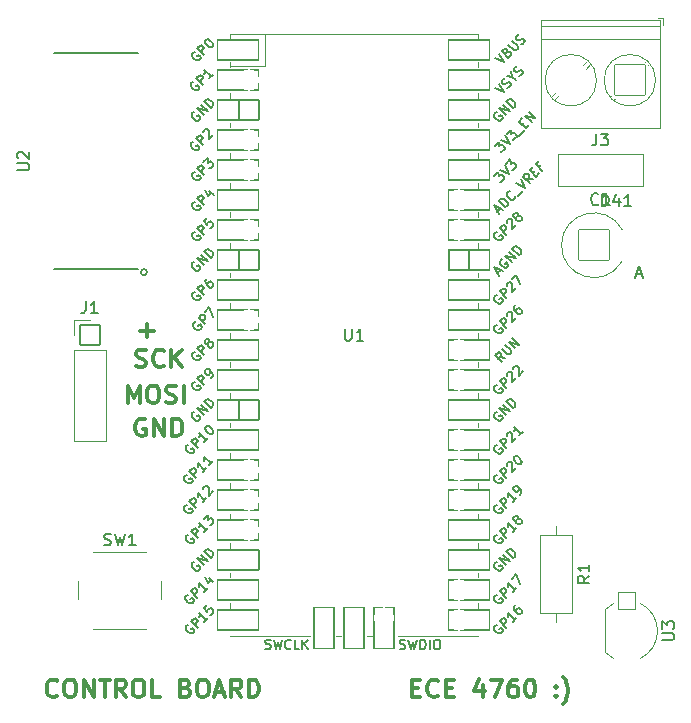
<source format=gto>
G04 #@! TF.GenerationSoftware,KiCad,Pcbnew,(6.0.6)*
G04 #@! TF.CreationDate,2022-11-09T14:25:11-05:00*
G04 #@! TF.ProjectId,pov_display,706f765f-6469-4737-906c-61792e6b6963,v01*
G04 #@! TF.SameCoordinates,Original*
G04 #@! TF.FileFunction,Legend,Top*
G04 #@! TF.FilePolarity,Positive*
%FSLAX46Y46*%
G04 Gerber Fmt 4.6, Leading zero omitted, Abs format (unit mm)*
G04 Created by KiCad (PCBNEW (6.0.6)) date 2022-11-09 14:25:11*
%MOMM*%
%LPD*%
G01*
G04 APERTURE LIST*
G04 Aperture macros list*
%AMRoundRect*
0 Rectangle with rounded corners*
0 $1 Rounding radius*
0 $2 $3 $4 $5 $6 $7 $8 $9 X,Y pos of 4 corners*
0 Add a 4 corners polygon primitive as box body*
4,1,4,$2,$3,$4,$5,$6,$7,$8,$9,$2,$3,0*
0 Add four circle primitives for the rounded corners*
1,1,$1+$1,$2,$3*
1,1,$1+$1,$4,$5*
1,1,$1+$1,$6,$7*
1,1,$1+$1,$8,$9*
0 Add four rect primitives between the rounded corners*
20,1,$1+$1,$2,$3,$4,$5,0*
20,1,$1+$1,$4,$5,$6,$7,0*
20,1,$1+$1,$6,$7,$8,$9,0*
20,1,$1+$1,$8,$9,$2,$3,0*%
G04 Aperture macros list end*
%ADD10C,0.300000*%
%ADD11C,0.150000*%
%ADD12C,0.120000*%
%ADD13C,0.203200*%
%ADD14C,1.701600*%
%ADD15O,1.701600X1.701600*%
%ADD16C,1.625600*%
%ADD17RoundRect,0.050800X1.300000X1.300000X-1.300000X1.300000X-1.300000X-1.300000X1.300000X-1.300000X0*%
%ADD18C,2.701600*%
%ADD19RoundRect,0.050800X-0.750000X0.750000X-0.750000X-0.750000X0.750000X-0.750000X0.750000X0.750000X0*%
%ADD20C,1.601600*%
%ADD21O,1.601600X1.601600*%
%ADD22O,1.901600X1.901600*%
%ADD23O,1.801600X1.801600*%
%ADD24RoundRect,0.050800X-1.750000X-0.850000X1.750000X-0.850000X1.750000X0.850000X-1.750000X0.850000X0*%
%ADD25RoundRect,0.050800X-0.850000X-0.850000X0.850000X-0.850000X0.850000X0.850000X-0.850000X0.850000X0*%
%ADD26RoundRect,0.050800X0.850000X-1.750000X0.850000X1.750000X-0.850000X1.750000X-0.850000X-1.750000X0*%
%ADD27RoundRect,0.050800X-1.300000X-1.300000X1.300000X-1.300000X1.300000X1.300000X-1.300000X1.300000X0*%
%ADD28O,2.701600X2.701600*%
%ADD29C,2.101600*%
G04 APERTURE END LIST*
D10*
X67667428Y-138021142D02*
X67881714Y-138092571D01*
X68238857Y-138092571D01*
X68381714Y-138021142D01*
X68453142Y-137949714D01*
X68524571Y-137806857D01*
X68524571Y-137664000D01*
X68453142Y-137521142D01*
X68381714Y-137449714D01*
X68238857Y-137378285D01*
X67953142Y-137306857D01*
X67810285Y-137235428D01*
X67738857Y-137164000D01*
X67667428Y-137021142D01*
X67667428Y-136878285D01*
X67738857Y-136735428D01*
X67810285Y-136664000D01*
X67953142Y-136592571D01*
X68310285Y-136592571D01*
X68524571Y-136664000D01*
X70024571Y-137949714D02*
X69953142Y-138021142D01*
X69738857Y-138092571D01*
X69596000Y-138092571D01*
X69381714Y-138021142D01*
X69238857Y-137878285D01*
X69167428Y-137735428D01*
X69096000Y-137449714D01*
X69096000Y-137235428D01*
X69167428Y-136949714D01*
X69238857Y-136806857D01*
X69381714Y-136664000D01*
X69596000Y-136592571D01*
X69738857Y-136592571D01*
X69953142Y-136664000D01*
X70024571Y-136735428D01*
X70667428Y-138092571D02*
X70667428Y-136592571D01*
X71524571Y-138092571D02*
X70881714Y-137235428D01*
X71524571Y-136592571D02*
X70667428Y-137449714D01*
X66984857Y-141140571D02*
X66984857Y-139640571D01*
X67484857Y-140712000D01*
X67984857Y-139640571D01*
X67984857Y-141140571D01*
X68984857Y-139640571D02*
X69270571Y-139640571D01*
X69413428Y-139712000D01*
X69556285Y-139854857D01*
X69627714Y-140140571D01*
X69627714Y-140640571D01*
X69556285Y-140926285D01*
X69413428Y-141069142D01*
X69270571Y-141140571D01*
X68984857Y-141140571D01*
X68842000Y-141069142D01*
X68699142Y-140926285D01*
X68627714Y-140640571D01*
X68627714Y-140140571D01*
X68699142Y-139854857D01*
X68842000Y-139712000D01*
X68984857Y-139640571D01*
X70199142Y-141069142D02*
X70413428Y-141140571D01*
X70770571Y-141140571D01*
X70913428Y-141069142D01*
X70984857Y-140997714D01*
X71056285Y-140854857D01*
X71056285Y-140712000D01*
X70984857Y-140569142D01*
X70913428Y-140497714D01*
X70770571Y-140426285D01*
X70484857Y-140354857D01*
X70342000Y-140283428D01*
X70270571Y-140212000D01*
X70199142Y-140069142D01*
X70199142Y-139926285D01*
X70270571Y-139783428D01*
X70342000Y-139712000D01*
X70484857Y-139640571D01*
X70842000Y-139640571D01*
X71056285Y-139712000D01*
X71699142Y-141140571D02*
X71699142Y-139640571D01*
X61016571Y-165889714D02*
X60945142Y-165961142D01*
X60730857Y-166032571D01*
X60588000Y-166032571D01*
X60373714Y-165961142D01*
X60230857Y-165818285D01*
X60159428Y-165675428D01*
X60088000Y-165389714D01*
X60088000Y-165175428D01*
X60159428Y-164889714D01*
X60230857Y-164746857D01*
X60373714Y-164604000D01*
X60588000Y-164532571D01*
X60730857Y-164532571D01*
X60945142Y-164604000D01*
X61016571Y-164675428D01*
X61945142Y-164532571D02*
X62230857Y-164532571D01*
X62373714Y-164604000D01*
X62516571Y-164746857D01*
X62588000Y-165032571D01*
X62588000Y-165532571D01*
X62516571Y-165818285D01*
X62373714Y-165961142D01*
X62230857Y-166032571D01*
X61945142Y-166032571D01*
X61802285Y-165961142D01*
X61659428Y-165818285D01*
X61588000Y-165532571D01*
X61588000Y-165032571D01*
X61659428Y-164746857D01*
X61802285Y-164604000D01*
X61945142Y-164532571D01*
X63230857Y-166032571D02*
X63230857Y-164532571D01*
X64088000Y-166032571D01*
X64088000Y-164532571D01*
X64588000Y-164532571D02*
X65445142Y-164532571D01*
X65016571Y-166032571D02*
X65016571Y-164532571D01*
X66802285Y-166032571D02*
X66302285Y-165318285D01*
X65945142Y-166032571D02*
X65945142Y-164532571D01*
X66516571Y-164532571D01*
X66659428Y-164604000D01*
X66730857Y-164675428D01*
X66802285Y-164818285D01*
X66802285Y-165032571D01*
X66730857Y-165175428D01*
X66659428Y-165246857D01*
X66516571Y-165318285D01*
X65945142Y-165318285D01*
X67730857Y-164532571D02*
X68016571Y-164532571D01*
X68159428Y-164604000D01*
X68302285Y-164746857D01*
X68373714Y-165032571D01*
X68373714Y-165532571D01*
X68302285Y-165818285D01*
X68159428Y-165961142D01*
X68016571Y-166032571D01*
X67730857Y-166032571D01*
X67588000Y-165961142D01*
X67445142Y-165818285D01*
X67373714Y-165532571D01*
X67373714Y-165032571D01*
X67445142Y-164746857D01*
X67588000Y-164604000D01*
X67730857Y-164532571D01*
X69730857Y-166032571D02*
X69016571Y-166032571D01*
X69016571Y-164532571D01*
X71873714Y-165246857D02*
X72088000Y-165318285D01*
X72159428Y-165389714D01*
X72230857Y-165532571D01*
X72230857Y-165746857D01*
X72159428Y-165889714D01*
X72088000Y-165961142D01*
X71945142Y-166032571D01*
X71373714Y-166032571D01*
X71373714Y-164532571D01*
X71873714Y-164532571D01*
X72016571Y-164604000D01*
X72088000Y-164675428D01*
X72159428Y-164818285D01*
X72159428Y-164961142D01*
X72088000Y-165104000D01*
X72016571Y-165175428D01*
X71873714Y-165246857D01*
X71373714Y-165246857D01*
X73159428Y-164532571D02*
X73445142Y-164532571D01*
X73588000Y-164604000D01*
X73730857Y-164746857D01*
X73802285Y-165032571D01*
X73802285Y-165532571D01*
X73730857Y-165818285D01*
X73588000Y-165961142D01*
X73445142Y-166032571D01*
X73159428Y-166032571D01*
X73016571Y-165961142D01*
X72873714Y-165818285D01*
X72802285Y-165532571D01*
X72802285Y-165032571D01*
X72873714Y-164746857D01*
X73016571Y-164604000D01*
X73159428Y-164532571D01*
X74373714Y-165604000D02*
X75088000Y-165604000D01*
X74230857Y-166032571D02*
X74730857Y-164532571D01*
X75230857Y-166032571D01*
X76588000Y-166032571D02*
X76088000Y-165318285D01*
X75730857Y-166032571D02*
X75730857Y-164532571D01*
X76302285Y-164532571D01*
X76445142Y-164604000D01*
X76516571Y-164675428D01*
X76588000Y-164818285D01*
X76588000Y-165032571D01*
X76516571Y-165175428D01*
X76445142Y-165246857D01*
X76302285Y-165318285D01*
X75730857Y-165318285D01*
X77230857Y-166032571D02*
X77230857Y-164532571D01*
X77588000Y-164532571D01*
X77802285Y-164604000D01*
X77945142Y-164746857D01*
X78016571Y-164889714D01*
X78088000Y-165175428D01*
X78088000Y-165389714D01*
X78016571Y-165675428D01*
X77945142Y-165818285D01*
X77802285Y-165961142D01*
X77588000Y-166032571D01*
X77230857Y-166032571D01*
X68453142Y-142506000D02*
X68310285Y-142434571D01*
X68096000Y-142434571D01*
X67881714Y-142506000D01*
X67738857Y-142648857D01*
X67667428Y-142791714D01*
X67596000Y-143077428D01*
X67596000Y-143291714D01*
X67667428Y-143577428D01*
X67738857Y-143720285D01*
X67881714Y-143863142D01*
X68096000Y-143934571D01*
X68238857Y-143934571D01*
X68453142Y-143863142D01*
X68524571Y-143791714D01*
X68524571Y-143291714D01*
X68238857Y-143291714D01*
X69167428Y-143934571D02*
X69167428Y-142434571D01*
X70024571Y-143934571D01*
X70024571Y-142434571D01*
X70738857Y-143934571D02*
X70738857Y-142434571D01*
X71096000Y-142434571D01*
X71310285Y-142506000D01*
X71453142Y-142648857D01*
X71524571Y-142791714D01*
X71596000Y-143077428D01*
X71596000Y-143291714D01*
X71524571Y-143577428D01*
X71453142Y-143720285D01*
X71310285Y-143863142D01*
X71096000Y-143934571D01*
X70738857Y-143934571D01*
X91036357Y-165246857D02*
X91536357Y-165246857D01*
X91750642Y-166032571D02*
X91036357Y-166032571D01*
X91036357Y-164532571D01*
X91750642Y-164532571D01*
X93250642Y-165889714D02*
X93179214Y-165961142D01*
X92964928Y-166032571D01*
X92822071Y-166032571D01*
X92607785Y-165961142D01*
X92464928Y-165818285D01*
X92393500Y-165675428D01*
X92322071Y-165389714D01*
X92322071Y-165175428D01*
X92393500Y-164889714D01*
X92464928Y-164746857D01*
X92607785Y-164604000D01*
X92822071Y-164532571D01*
X92964928Y-164532571D01*
X93179214Y-164604000D01*
X93250642Y-164675428D01*
X93893500Y-165246857D02*
X94393500Y-165246857D01*
X94607785Y-166032571D02*
X93893500Y-166032571D01*
X93893500Y-164532571D01*
X94607785Y-164532571D01*
X97036357Y-165032571D02*
X97036357Y-166032571D01*
X96679214Y-164461142D02*
X96322071Y-165532571D01*
X97250642Y-165532571D01*
X97679214Y-164532571D02*
X98679214Y-164532571D01*
X98036357Y-166032571D01*
X99893500Y-164532571D02*
X99607785Y-164532571D01*
X99464928Y-164604000D01*
X99393500Y-164675428D01*
X99250642Y-164889714D01*
X99179214Y-165175428D01*
X99179214Y-165746857D01*
X99250642Y-165889714D01*
X99322071Y-165961142D01*
X99464928Y-166032571D01*
X99750642Y-166032571D01*
X99893500Y-165961142D01*
X99964928Y-165889714D01*
X100036357Y-165746857D01*
X100036357Y-165389714D01*
X99964928Y-165246857D01*
X99893500Y-165175428D01*
X99750642Y-165104000D01*
X99464928Y-165104000D01*
X99322071Y-165175428D01*
X99250642Y-165246857D01*
X99179214Y-165389714D01*
X100964928Y-164532571D02*
X101107785Y-164532571D01*
X101250642Y-164604000D01*
X101322071Y-164675428D01*
X101393500Y-164818285D01*
X101464928Y-165104000D01*
X101464928Y-165461142D01*
X101393500Y-165746857D01*
X101322071Y-165889714D01*
X101250642Y-165961142D01*
X101107785Y-166032571D01*
X100964928Y-166032571D01*
X100822071Y-165961142D01*
X100750642Y-165889714D01*
X100679214Y-165746857D01*
X100607785Y-165461142D01*
X100607785Y-165104000D01*
X100679214Y-164818285D01*
X100750642Y-164675428D01*
X100822071Y-164604000D01*
X100964928Y-164532571D01*
X103250642Y-165889714D02*
X103322071Y-165961142D01*
X103250642Y-166032571D01*
X103179214Y-165961142D01*
X103250642Y-165889714D01*
X103250642Y-166032571D01*
X103250642Y-165104000D02*
X103322071Y-165175428D01*
X103250642Y-165246857D01*
X103179214Y-165175428D01*
X103250642Y-165104000D01*
X103250642Y-165246857D01*
X103822071Y-166604000D02*
X103893500Y-166532571D01*
X104036357Y-166318285D01*
X104107785Y-166175428D01*
X104179214Y-165961142D01*
X104250642Y-165604000D01*
X104250642Y-165318285D01*
X104179214Y-164961142D01*
X104107785Y-164746857D01*
X104036357Y-164604000D01*
X103893500Y-164389714D01*
X103822071Y-164318285D01*
X68008571Y-134981142D02*
X69151428Y-134981142D01*
X68580000Y-135552571D02*
X68580000Y-134409714D01*
D11*
X106053880Y-155761166D02*
X105577690Y-156094500D01*
X106053880Y-156332595D02*
X105053880Y-156332595D01*
X105053880Y-155951642D01*
X105101500Y-155856404D01*
X105149119Y-155808785D01*
X105244357Y-155761166D01*
X105387214Y-155761166D01*
X105482452Y-155808785D01*
X105530071Y-155856404D01*
X105577690Y-155951642D01*
X105577690Y-156332595D01*
X106053880Y-154808785D02*
X106053880Y-155380214D01*
X106053880Y-155094500D02*
X105053880Y-155094500D01*
X105196738Y-155189738D01*
X105291976Y-155284976D01*
X105339595Y-155380214D01*
X57618380Y-121411904D02*
X58427904Y-121411904D01*
X58523142Y-121364285D01*
X58570761Y-121316666D01*
X58618380Y-121221428D01*
X58618380Y-121030952D01*
X58570761Y-120935714D01*
X58523142Y-120888095D01*
X58427904Y-120840476D01*
X57618380Y-120840476D01*
X57713619Y-120411904D02*
X57666000Y-120364285D01*
X57618380Y-120269047D01*
X57618380Y-120030952D01*
X57666000Y-119935714D01*
X57713619Y-119888095D01*
X57808857Y-119840476D01*
X57904095Y-119840476D01*
X58046952Y-119888095D01*
X58618380Y-120459523D01*
X58618380Y-119840476D01*
X106807333Y-124269142D02*
X106759714Y-124316761D01*
X106616857Y-124364380D01*
X106521619Y-124364380D01*
X106378761Y-124316761D01*
X106283523Y-124221523D01*
X106235904Y-124126285D01*
X106188285Y-123935809D01*
X106188285Y-123792952D01*
X106235904Y-123602476D01*
X106283523Y-123507238D01*
X106378761Y-123412000D01*
X106521619Y-123364380D01*
X106616857Y-123364380D01*
X106759714Y-123412000D01*
X106807333Y-123459619D01*
X107759714Y-124364380D02*
X107188285Y-124364380D01*
X107474000Y-124364380D02*
X107474000Y-123364380D01*
X107378761Y-123507238D01*
X107283523Y-123602476D01*
X107188285Y-123650095D01*
X106640666Y-118304380D02*
X106640666Y-119018666D01*
X106593047Y-119161523D01*
X106497809Y-119256761D01*
X106354952Y-119304380D01*
X106259714Y-119304380D01*
X107021619Y-118304380D02*
X107640666Y-118304380D01*
X107307333Y-118685333D01*
X107450190Y-118685333D01*
X107545428Y-118732952D01*
X107593047Y-118780571D01*
X107640666Y-118875809D01*
X107640666Y-119113904D01*
X107593047Y-119209142D01*
X107545428Y-119256761D01*
X107450190Y-119304380D01*
X107164476Y-119304380D01*
X107069238Y-119256761D01*
X107021619Y-119209142D01*
X112233880Y-161182404D02*
X113043404Y-161182404D01*
X113138642Y-161134785D01*
X113186261Y-161087166D01*
X113233880Y-160991928D01*
X113233880Y-160801452D01*
X113186261Y-160706214D01*
X113138642Y-160658595D01*
X113043404Y-160610976D01*
X112233880Y-160610976D01*
X112233880Y-160230023D02*
X112233880Y-159610976D01*
X112614833Y-159944309D01*
X112614833Y-159801452D01*
X112662452Y-159706214D01*
X112710071Y-159658595D01*
X112805309Y-159610976D01*
X113043404Y-159610976D01*
X113138642Y-159658595D01*
X113186261Y-159706214D01*
X113233880Y-159801452D01*
X113233880Y-160087166D01*
X113186261Y-160182404D01*
X113138642Y-160230023D01*
X85344095Y-134834380D02*
X85344095Y-135643904D01*
X85391714Y-135739142D01*
X85439333Y-135786761D01*
X85534571Y-135834380D01*
X85725047Y-135834380D01*
X85820285Y-135786761D01*
X85867904Y-135739142D01*
X85915523Y-135643904D01*
X85915523Y-134834380D01*
X86915523Y-135834380D02*
X86344095Y-135834380D01*
X86629809Y-135834380D02*
X86629809Y-134834380D01*
X86534571Y-134977238D01*
X86439333Y-135072476D01*
X86344095Y-135120095D01*
X98192158Y-116480155D02*
X98111346Y-116507093D01*
X98030534Y-116587905D01*
X97976659Y-116695654D01*
X97976659Y-116803404D01*
X98003597Y-116884216D01*
X98084409Y-117018903D01*
X98165221Y-117099715D01*
X98299908Y-117180528D01*
X98380720Y-117207465D01*
X98488470Y-117207465D01*
X98596219Y-117153590D01*
X98650094Y-117099715D01*
X98703969Y-116991966D01*
X98703969Y-116938091D01*
X98515407Y-116749529D01*
X98407658Y-116857279D01*
X99000280Y-116749529D02*
X98434595Y-116183844D01*
X99323529Y-116426280D01*
X98757844Y-115860595D01*
X99592903Y-116156906D02*
X99027218Y-115591221D01*
X99161905Y-115456534D01*
X99269654Y-115402659D01*
X99377404Y-115402659D01*
X99458216Y-115429597D01*
X99592903Y-115510409D01*
X99673715Y-115591221D01*
X99754528Y-115725908D01*
X99781465Y-115806720D01*
X99781465Y-115914470D01*
X99727590Y-116022219D01*
X99592903Y-116156906D01*
X98203722Y-159902592D02*
X98122910Y-159929529D01*
X98042097Y-160010341D01*
X97988223Y-160118091D01*
X97988223Y-160225841D01*
X98015160Y-160306653D01*
X98095972Y-160441340D01*
X98176784Y-160522152D01*
X98311471Y-160602964D01*
X98392284Y-160629902D01*
X98500033Y-160629902D01*
X98607783Y-160576027D01*
X98661658Y-160522152D01*
X98715532Y-160414402D01*
X98715532Y-160360528D01*
X98526971Y-160171966D01*
X98419221Y-160279715D01*
X99011844Y-160171966D02*
X98446158Y-159606280D01*
X98661658Y-159390781D01*
X98742470Y-159363844D01*
X98796345Y-159363844D01*
X98877157Y-159390781D01*
X98957969Y-159471593D01*
X98984906Y-159552406D01*
X98984906Y-159606280D01*
X98957969Y-159687093D01*
X98742470Y-159902592D01*
X99873841Y-159309969D02*
X99550592Y-159633218D01*
X99712216Y-159471593D02*
X99146531Y-158905908D01*
X99173468Y-159040595D01*
X99173468Y-159148345D01*
X99146531Y-159229157D01*
X99793028Y-158259410D02*
X99685279Y-158367160D01*
X99658341Y-158447972D01*
X99658341Y-158501847D01*
X99685279Y-158636534D01*
X99766091Y-158771221D01*
X99981590Y-158986720D01*
X100062402Y-159013658D01*
X100116277Y-159013658D01*
X100197089Y-158986720D01*
X100304839Y-158878971D01*
X100331776Y-158798158D01*
X100331776Y-158744284D01*
X100304839Y-158663471D01*
X100170152Y-158528784D01*
X100089340Y-158501847D01*
X100035465Y-158501847D01*
X99954653Y-158528784D01*
X99846903Y-158636534D01*
X99819966Y-158717346D01*
X99819966Y-158771221D01*
X99846903Y-158852033D01*
X98203722Y-134502592D02*
X98122910Y-134529529D01*
X98042097Y-134610341D01*
X97988223Y-134718091D01*
X97988223Y-134825841D01*
X98015160Y-134906653D01*
X98095972Y-135041340D01*
X98176784Y-135122152D01*
X98311471Y-135202964D01*
X98392284Y-135229902D01*
X98500033Y-135229902D01*
X98607783Y-135176027D01*
X98661658Y-135122152D01*
X98715532Y-135014402D01*
X98715532Y-134960528D01*
X98526971Y-134771966D01*
X98419221Y-134879715D01*
X99011844Y-134771966D02*
X98446158Y-134206280D01*
X98661658Y-133990781D01*
X98742470Y-133963844D01*
X98796345Y-133963844D01*
X98877157Y-133990781D01*
X98957969Y-134071593D01*
X98984906Y-134152406D01*
X98984906Y-134206280D01*
X98957969Y-134287093D01*
X98742470Y-134502592D01*
X99038781Y-133721407D02*
X99038781Y-133667532D01*
X99065719Y-133586720D01*
X99200406Y-133452033D01*
X99281218Y-133425096D01*
X99335093Y-133425096D01*
X99415905Y-133452033D01*
X99469780Y-133505908D01*
X99523654Y-133613658D01*
X99523654Y-134260155D01*
X99873841Y-133909969D01*
X99793028Y-132859410D02*
X99685279Y-132967160D01*
X99658341Y-133047972D01*
X99658341Y-133101847D01*
X99685279Y-133236534D01*
X99766091Y-133371221D01*
X99981590Y-133586720D01*
X100062402Y-133613658D01*
X100116277Y-133613658D01*
X100197089Y-133586720D01*
X100304839Y-133478971D01*
X100331776Y-133398158D01*
X100331776Y-133344284D01*
X100304839Y-133263471D01*
X100170152Y-133128784D01*
X100089340Y-133101847D01*
X100035465Y-133101847D01*
X99954653Y-133128784D01*
X99846903Y-133236534D01*
X99819966Y-133317346D01*
X99819966Y-133371221D01*
X99846903Y-133452033D01*
X98203722Y-152282592D02*
X98122910Y-152309529D01*
X98042097Y-152390341D01*
X97988223Y-152498091D01*
X97988223Y-152605841D01*
X98015160Y-152686653D01*
X98095972Y-152821340D01*
X98176784Y-152902152D01*
X98311471Y-152982964D01*
X98392284Y-153009902D01*
X98500033Y-153009902D01*
X98607783Y-152956027D01*
X98661658Y-152902152D01*
X98715532Y-152794402D01*
X98715532Y-152740528D01*
X98526971Y-152551966D01*
X98419221Y-152659715D01*
X99011844Y-152551966D02*
X98446158Y-151986280D01*
X98661658Y-151770781D01*
X98742470Y-151743844D01*
X98796345Y-151743844D01*
X98877157Y-151770781D01*
X98957969Y-151851593D01*
X98984906Y-151932406D01*
X98984906Y-151986280D01*
X98957969Y-152067093D01*
X98742470Y-152282592D01*
X99873841Y-151689969D02*
X99550592Y-152013218D01*
X99712216Y-151851593D02*
X99146531Y-151285908D01*
X99173468Y-151420595D01*
X99173468Y-151528345D01*
X99146531Y-151609157D01*
X99873841Y-151043471D02*
X99793028Y-151070409D01*
X99739154Y-151070409D01*
X99658341Y-151043471D01*
X99631404Y-151016534D01*
X99604467Y-150935722D01*
X99604467Y-150881847D01*
X99631404Y-150801035D01*
X99739154Y-150693285D01*
X99819966Y-150666348D01*
X99873841Y-150666348D01*
X99954653Y-150693285D01*
X99981590Y-150720223D01*
X100008528Y-150801035D01*
X100008528Y-150854910D01*
X99981590Y-150935722D01*
X99873841Y-151043471D01*
X99846903Y-151124284D01*
X99846903Y-151178158D01*
X99873841Y-151258971D01*
X99981590Y-151366720D01*
X100062402Y-151393658D01*
X100116277Y-151393658D01*
X100197089Y-151366720D01*
X100304839Y-151258971D01*
X100331776Y-151178158D01*
X100331776Y-151124284D01*
X100304839Y-151043471D01*
X100197089Y-150935722D01*
X100116277Y-150908784D01*
X100062402Y-150908784D01*
X99981590Y-150935722D01*
X98192158Y-154580155D02*
X98111346Y-154607093D01*
X98030534Y-154687905D01*
X97976659Y-154795654D01*
X97976659Y-154903404D01*
X98003597Y-154984216D01*
X98084409Y-155118903D01*
X98165221Y-155199715D01*
X98299908Y-155280528D01*
X98380720Y-155307465D01*
X98488470Y-155307465D01*
X98596219Y-155253590D01*
X98650094Y-155199715D01*
X98703969Y-155091966D01*
X98703969Y-155038091D01*
X98515407Y-154849529D01*
X98407658Y-154957279D01*
X99000280Y-154849529D02*
X98434595Y-154283844D01*
X99323529Y-154526280D01*
X98757844Y-153960595D01*
X99592903Y-154256906D02*
X99027218Y-153691221D01*
X99161905Y-153556534D01*
X99269654Y-153502659D01*
X99377404Y-153502659D01*
X99458216Y-153529597D01*
X99592903Y-153610409D01*
X99673715Y-153691221D01*
X99754528Y-153825908D01*
X99781465Y-153906720D01*
X99781465Y-154014470D01*
X99727590Y-154122219D01*
X99592903Y-154256906D01*
X72519096Y-118993218D02*
X72438284Y-119020155D01*
X72357471Y-119100967D01*
X72303597Y-119208717D01*
X72303597Y-119316467D01*
X72330534Y-119397279D01*
X72411346Y-119531966D01*
X72492158Y-119612778D01*
X72626845Y-119693590D01*
X72707658Y-119720528D01*
X72815407Y-119720528D01*
X72923157Y-119666653D01*
X72977032Y-119612778D01*
X73030906Y-119505028D01*
X73030906Y-119451154D01*
X72842345Y-119262592D01*
X72734595Y-119370341D01*
X73327218Y-119262592D02*
X72761532Y-118696906D01*
X72977032Y-118481407D01*
X73057844Y-118454470D01*
X73111719Y-118454470D01*
X73192531Y-118481407D01*
X73273343Y-118562219D01*
X73300280Y-118643032D01*
X73300280Y-118696906D01*
X73273343Y-118777719D01*
X73057844Y-118993218D01*
X73354155Y-118212033D02*
X73354155Y-118158158D01*
X73381093Y-118077346D01*
X73515780Y-117942659D01*
X73596592Y-117915722D01*
X73650467Y-117915722D01*
X73731279Y-117942659D01*
X73785154Y-117996534D01*
X73839028Y-118104284D01*
X73839028Y-118750781D01*
X74189215Y-118400595D01*
X72592158Y-141880155D02*
X72511346Y-141907093D01*
X72430534Y-141987905D01*
X72376659Y-142095654D01*
X72376659Y-142203404D01*
X72403597Y-142284216D01*
X72484409Y-142418903D01*
X72565221Y-142499715D01*
X72699908Y-142580528D01*
X72780720Y-142607465D01*
X72888470Y-142607465D01*
X72996219Y-142553590D01*
X73050094Y-142499715D01*
X73103969Y-142391966D01*
X73103969Y-142338091D01*
X72915407Y-142149529D01*
X72807658Y-142257279D01*
X73400280Y-142149529D02*
X72834595Y-141583844D01*
X73723529Y-141826280D01*
X73157844Y-141260595D01*
X73992903Y-141556906D02*
X73427218Y-140991221D01*
X73561905Y-140856534D01*
X73669654Y-140802659D01*
X73777404Y-140802659D01*
X73858216Y-140829597D01*
X73992903Y-140910409D01*
X74073715Y-140991221D01*
X74154528Y-141125908D01*
X74181465Y-141206720D01*
X74181465Y-141314470D01*
X74127590Y-141422219D01*
X73992903Y-141556906D01*
X98203722Y-131972592D02*
X98122910Y-131999529D01*
X98042097Y-132080341D01*
X97988223Y-132188091D01*
X97988223Y-132295841D01*
X98015160Y-132376653D01*
X98095972Y-132511340D01*
X98176784Y-132592152D01*
X98311471Y-132672964D01*
X98392284Y-132699902D01*
X98500033Y-132699902D01*
X98607783Y-132646027D01*
X98661658Y-132592152D01*
X98715532Y-132484402D01*
X98715532Y-132430528D01*
X98526971Y-132241966D01*
X98419221Y-132349715D01*
X99011844Y-132241966D02*
X98446158Y-131676280D01*
X98661658Y-131460781D01*
X98742470Y-131433844D01*
X98796345Y-131433844D01*
X98877157Y-131460781D01*
X98957969Y-131541593D01*
X98984906Y-131622406D01*
X98984906Y-131676280D01*
X98957969Y-131757093D01*
X98742470Y-131972592D01*
X99038781Y-131191407D02*
X99038781Y-131137532D01*
X99065719Y-131056720D01*
X99200406Y-130922033D01*
X99281218Y-130895096D01*
X99335093Y-130895096D01*
X99415905Y-130922033D01*
X99469780Y-130975908D01*
X99523654Y-131083658D01*
X99523654Y-131730155D01*
X99873841Y-131379969D01*
X99496717Y-130625722D02*
X99873841Y-130248598D01*
X100197089Y-131056720D01*
X72619096Y-131693218D02*
X72538284Y-131720155D01*
X72457471Y-131800967D01*
X72403597Y-131908717D01*
X72403597Y-132016467D01*
X72430534Y-132097279D01*
X72511346Y-132231966D01*
X72592158Y-132312778D01*
X72726845Y-132393590D01*
X72807658Y-132420528D01*
X72915407Y-132420528D01*
X73023157Y-132366653D01*
X73077032Y-132312778D01*
X73130906Y-132205028D01*
X73130906Y-132151154D01*
X72942345Y-131962592D01*
X72834595Y-132070341D01*
X73427218Y-131962592D02*
X72861532Y-131396906D01*
X73077032Y-131181407D01*
X73157844Y-131154470D01*
X73211719Y-131154470D01*
X73292531Y-131181407D01*
X73373343Y-131262219D01*
X73400280Y-131343032D01*
X73400280Y-131396906D01*
X73373343Y-131477719D01*
X73157844Y-131693218D01*
X73669654Y-130588784D02*
X73561905Y-130696534D01*
X73534967Y-130777346D01*
X73534967Y-130831221D01*
X73561905Y-130965908D01*
X73642717Y-131100595D01*
X73858216Y-131316094D01*
X73939028Y-131343032D01*
X73992903Y-131343032D01*
X74073715Y-131316094D01*
X74181465Y-131208345D01*
X74208402Y-131127532D01*
X74208402Y-131073658D01*
X74181465Y-130992845D01*
X74046778Y-130858158D01*
X73965966Y-130831221D01*
X73912091Y-130831221D01*
X73831279Y-130858158D01*
X73723529Y-130965908D01*
X73696592Y-131046720D01*
X73696592Y-131100595D01*
X73723529Y-131181407D01*
X98203722Y-126628592D02*
X98122910Y-126655529D01*
X98042097Y-126736341D01*
X97988223Y-126844091D01*
X97988223Y-126951841D01*
X98015160Y-127032653D01*
X98095972Y-127167340D01*
X98176784Y-127248152D01*
X98311471Y-127328964D01*
X98392284Y-127355902D01*
X98500033Y-127355902D01*
X98607783Y-127302027D01*
X98661658Y-127248152D01*
X98715532Y-127140402D01*
X98715532Y-127086528D01*
X98526971Y-126897966D01*
X98419221Y-127005715D01*
X99011844Y-126897966D02*
X98446158Y-126332280D01*
X98661658Y-126116781D01*
X98742470Y-126089844D01*
X98796345Y-126089844D01*
X98877157Y-126116781D01*
X98957969Y-126197593D01*
X98984906Y-126278406D01*
X98984906Y-126332280D01*
X98957969Y-126413093D01*
X98742470Y-126628592D01*
X99038781Y-125847407D02*
X99038781Y-125793532D01*
X99065719Y-125712720D01*
X99200406Y-125578033D01*
X99281218Y-125551096D01*
X99335093Y-125551096D01*
X99415905Y-125578033D01*
X99469780Y-125631908D01*
X99523654Y-125739658D01*
X99523654Y-126386155D01*
X99873841Y-126035969D01*
X99873841Y-125389471D02*
X99793028Y-125416409D01*
X99739154Y-125416409D01*
X99658341Y-125389471D01*
X99631404Y-125362534D01*
X99604467Y-125281722D01*
X99604467Y-125227847D01*
X99631404Y-125147035D01*
X99739154Y-125039285D01*
X99819966Y-125012348D01*
X99873841Y-125012348D01*
X99954653Y-125039285D01*
X99981590Y-125066223D01*
X100008528Y-125147035D01*
X100008528Y-125200910D01*
X99981590Y-125281722D01*
X99873841Y-125389471D01*
X99846903Y-125470284D01*
X99846903Y-125524158D01*
X99873841Y-125604971D01*
X99981590Y-125712720D01*
X100062402Y-125739658D01*
X100116277Y-125739658D01*
X100197089Y-125712720D01*
X100304839Y-125604971D01*
X100331776Y-125524158D01*
X100331776Y-125470284D01*
X100304839Y-125389471D01*
X100197089Y-125281722D01*
X100116277Y-125254784D01*
X100062402Y-125254784D01*
X99981590Y-125281722D01*
X72592158Y-116480155D02*
X72511346Y-116507093D01*
X72430534Y-116587905D01*
X72376659Y-116695654D01*
X72376659Y-116803404D01*
X72403597Y-116884216D01*
X72484409Y-117018903D01*
X72565221Y-117099715D01*
X72699908Y-117180528D01*
X72780720Y-117207465D01*
X72888470Y-117207465D01*
X72996219Y-117153590D01*
X73050094Y-117099715D01*
X73103969Y-116991966D01*
X73103969Y-116938091D01*
X72915407Y-116749529D01*
X72807658Y-116857279D01*
X73400280Y-116749529D02*
X72834595Y-116183844D01*
X73723529Y-116426280D01*
X73157844Y-115860595D01*
X73992903Y-116156906D02*
X73427218Y-115591221D01*
X73561905Y-115456534D01*
X73669654Y-115402659D01*
X73777404Y-115402659D01*
X73858216Y-115429597D01*
X73992903Y-115510409D01*
X74073715Y-115591221D01*
X74154528Y-115725908D01*
X74181465Y-115806720D01*
X74181465Y-115914470D01*
X74127590Y-116022219D01*
X73992903Y-116156906D01*
X72592158Y-129180155D02*
X72511346Y-129207093D01*
X72430534Y-129287905D01*
X72376659Y-129395654D01*
X72376659Y-129503404D01*
X72403597Y-129584216D01*
X72484409Y-129718903D01*
X72565221Y-129799715D01*
X72699908Y-129880528D01*
X72780720Y-129907465D01*
X72888470Y-129907465D01*
X72996219Y-129853590D01*
X73050094Y-129799715D01*
X73103969Y-129691966D01*
X73103969Y-129638091D01*
X72915407Y-129449529D01*
X72807658Y-129557279D01*
X73400280Y-129449529D02*
X72834595Y-128883844D01*
X73723529Y-129126280D01*
X73157844Y-128560595D01*
X73992903Y-128856906D02*
X73427218Y-128291221D01*
X73561905Y-128156534D01*
X73669654Y-128102659D01*
X73777404Y-128102659D01*
X73858216Y-128129597D01*
X73992903Y-128210409D01*
X74073715Y-128291221D01*
X74154528Y-128425908D01*
X74181465Y-128506720D01*
X74181465Y-128614470D01*
X74127590Y-128722219D01*
X73992903Y-128856906D01*
X72619096Y-126613218D02*
X72538284Y-126640155D01*
X72457471Y-126720967D01*
X72403597Y-126828717D01*
X72403597Y-126936467D01*
X72430534Y-127017279D01*
X72511346Y-127151966D01*
X72592158Y-127232778D01*
X72726845Y-127313590D01*
X72807658Y-127340528D01*
X72915407Y-127340528D01*
X73023157Y-127286653D01*
X73077032Y-127232778D01*
X73130906Y-127125028D01*
X73130906Y-127071154D01*
X72942345Y-126882592D01*
X72834595Y-126990341D01*
X73427218Y-126882592D02*
X72861532Y-126316906D01*
X73077032Y-126101407D01*
X73157844Y-126074470D01*
X73211719Y-126074470D01*
X73292531Y-126101407D01*
X73373343Y-126182219D01*
X73400280Y-126263032D01*
X73400280Y-126316906D01*
X73373343Y-126397719D01*
X73157844Y-126613218D01*
X73696592Y-125481847D02*
X73427218Y-125751221D01*
X73669654Y-126047532D01*
X73669654Y-125993658D01*
X73696592Y-125912845D01*
X73831279Y-125778158D01*
X73912091Y-125751221D01*
X73965966Y-125751221D01*
X74046778Y-125778158D01*
X74181465Y-125912845D01*
X74208402Y-125993658D01*
X74208402Y-126047532D01*
X74181465Y-126128345D01*
X74046778Y-126263032D01*
X73965966Y-126289969D01*
X73912091Y-126289969D01*
X78596476Y-161905809D02*
X78710761Y-161943904D01*
X78901238Y-161943904D01*
X78977428Y-161905809D01*
X79015523Y-161867714D01*
X79053619Y-161791523D01*
X79053619Y-161715333D01*
X79015523Y-161639142D01*
X78977428Y-161601047D01*
X78901238Y-161562952D01*
X78748857Y-161524857D01*
X78672666Y-161486761D01*
X78634571Y-161448666D01*
X78596476Y-161372476D01*
X78596476Y-161296285D01*
X78634571Y-161220095D01*
X78672666Y-161182000D01*
X78748857Y-161143904D01*
X78939333Y-161143904D01*
X79053619Y-161182000D01*
X79320285Y-161143904D02*
X79510761Y-161943904D01*
X79663142Y-161372476D01*
X79815523Y-161943904D01*
X80006000Y-161143904D01*
X80767904Y-161867714D02*
X80729809Y-161905809D01*
X80615523Y-161943904D01*
X80539333Y-161943904D01*
X80425047Y-161905809D01*
X80348857Y-161829619D01*
X80310761Y-161753428D01*
X80272666Y-161601047D01*
X80272666Y-161486761D01*
X80310761Y-161334380D01*
X80348857Y-161258190D01*
X80425047Y-161182000D01*
X80539333Y-161143904D01*
X80615523Y-161143904D01*
X80729809Y-161182000D01*
X80767904Y-161220095D01*
X81491714Y-161943904D02*
X81110761Y-161943904D01*
X81110761Y-161143904D01*
X81758380Y-161943904D02*
X81758380Y-161143904D01*
X82215523Y-161943904D02*
X81872666Y-161486761D01*
X82215523Y-161143904D02*
X81758380Y-161601047D01*
X72619096Y-136773218D02*
X72538284Y-136800155D01*
X72457471Y-136880967D01*
X72403597Y-136988717D01*
X72403597Y-137096467D01*
X72430534Y-137177279D01*
X72511346Y-137311966D01*
X72592158Y-137392778D01*
X72726845Y-137473590D01*
X72807658Y-137500528D01*
X72915407Y-137500528D01*
X73023157Y-137446653D01*
X73077032Y-137392778D01*
X73130906Y-137285028D01*
X73130906Y-137231154D01*
X72942345Y-137042592D01*
X72834595Y-137150341D01*
X73427218Y-137042592D02*
X72861532Y-136476906D01*
X73077032Y-136261407D01*
X73157844Y-136234470D01*
X73211719Y-136234470D01*
X73292531Y-136261407D01*
X73373343Y-136342219D01*
X73400280Y-136423032D01*
X73400280Y-136476906D01*
X73373343Y-136557719D01*
X73157844Y-136773218D01*
X73750467Y-136072845D02*
X73669654Y-136099783D01*
X73615780Y-136099783D01*
X73534967Y-136072845D01*
X73508030Y-136045908D01*
X73481093Y-135965096D01*
X73481093Y-135911221D01*
X73508030Y-135830409D01*
X73615780Y-135722659D01*
X73696592Y-135695722D01*
X73750467Y-135695722D01*
X73831279Y-135722659D01*
X73858216Y-135749597D01*
X73885154Y-135830409D01*
X73885154Y-135884284D01*
X73858216Y-135965096D01*
X73750467Y-136072845D01*
X73723529Y-136153658D01*
X73723529Y-136207532D01*
X73750467Y-136288345D01*
X73858216Y-136396094D01*
X73939028Y-136423032D01*
X73992903Y-136423032D01*
X74073715Y-136396094D01*
X74181465Y-136288345D01*
X74208402Y-136207532D01*
X74208402Y-136153658D01*
X74181465Y-136072845D01*
X74073715Y-135965096D01*
X73992903Y-135938158D01*
X73939028Y-135938158D01*
X73858216Y-135965096D01*
X98028131Y-119340308D02*
X98378317Y-118990122D01*
X98405255Y-119394183D01*
X98486067Y-119313370D01*
X98566879Y-119286433D01*
X98620754Y-119286433D01*
X98701566Y-119313370D01*
X98836253Y-119448057D01*
X98863190Y-119528870D01*
X98863190Y-119582744D01*
X98836253Y-119663557D01*
X98674629Y-119825181D01*
X98593816Y-119852118D01*
X98539942Y-119852118D01*
X98539942Y-118828497D02*
X99294189Y-119205621D01*
X98917065Y-118451374D01*
X99051752Y-118316687D02*
X99401938Y-117966500D01*
X99428876Y-118370561D01*
X99509688Y-118289749D01*
X99590500Y-118262812D01*
X99644375Y-118262812D01*
X99725187Y-118289749D01*
X99859874Y-118424436D01*
X99886812Y-118505248D01*
X99886812Y-118559123D01*
X99859874Y-118639935D01*
X99698250Y-118801560D01*
X99617438Y-118828497D01*
X99563563Y-118828497D01*
X100129248Y-118478311D02*
X100560247Y-118047312D01*
X100344748Y-117562439D02*
X100533309Y-117373877D01*
X100910433Y-117589377D02*
X100641059Y-117858751D01*
X100075374Y-117293065D01*
X100344748Y-117023691D01*
X101152870Y-117346940D02*
X100587184Y-116781255D01*
X101476118Y-117023691D01*
X100910433Y-116458006D01*
X98026473Y-114451966D02*
X98780720Y-114829089D01*
X98403597Y-114074842D01*
X99103969Y-114451966D02*
X99211719Y-114398091D01*
X99346406Y-114263404D01*
X99373343Y-114182592D01*
X99373343Y-114128717D01*
X99346406Y-114047905D01*
X99292531Y-113994030D01*
X99211719Y-113967093D01*
X99157844Y-113967093D01*
X99077032Y-113994030D01*
X98942345Y-114074842D01*
X98861532Y-114101780D01*
X98807658Y-114101780D01*
X98726845Y-114074842D01*
X98672971Y-114020967D01*
X98646033Y-113940155D01*
X98646033Y-113886280D01*
X98672971Y-113805468D01*
X98807658Y-113670781D01*
X98915407Y-113616906D01*
X99534967Y-113536094D02*
X99804341Y-113805468D01*
X99050094Y-113428345D02*
X99534967Y-113536094D01*
X99427218Y-113051221D01*
X100127590Y-113428345D02*
X100235340Y-113374470D01*
X100370027Y-113239783D01*
X100396964Y-113158971D01*
X100396964Y-113105096D01*
X100370027Y-113024284D01*
X100316152Y-112970409D01*
X100235340Y-112943471D01*
X100181465Y-112943471D01*
X100100653Y-112970409D01*
X99965966Y-113051221D01*
X99885154Y-113078158D01*
X99831279Y-113078158D01*
X99750467Y-113051221D01*
X99696592Y-112997346D01*
X99669654Y-112916534D01*
X99669654Y-112862659D01*
X99696592Y-112781847D01*
X99831279Y-112647160D01*
X99939028Y-112593285D01*
X72049722Y-157362592D02*
X71968910Y-157389529D01*
X71888097Y-157470341D01*
X71834223Y-157578091D01*
X71834223Y-157685841D01*
X71861160Y-157766653D01*
X71941972Y-157901340D01*
X72022784Y-157982152D01*
X72157471Y-158062964D01*
X72238284Y-158089902D01*
X72346033Y-158089902D01*
X72453783Y-158036027D01*
X72507658Y-157982152D01*
X72561532Y-157874402D01*
X72561532Y-157820528D01*
X72372971Y-157631966D01*
X72265221Y-157739715D01*
X72857844Y-157631966D02*
X72292158Y-157066280D01*
X72507658Y-156850781D01*
X72588470Y-156823844D01*
X72642345Y-156823844D01*
X72723157Y-156850781D01*
X72803969Y-156931593D01*
X72830906Y-157012406D01*
X72830906Y-157066280D01*
X72803969Y-157147093D01*
X72588470Y-157362592D01*
X73719841Y-156769969D02*
X73396592Y-157093218D01*
X73558216Y-156931593D02*
X72992531Y-156365908D01*
X73019468Y-156500595D01*
X73019468Y-156608345D01*
X72992531Y-156689157D01*
X73827590Y-155907972D02*
X74204714Y-156285096D01*
X73477404Y-155827160D02*
X73746778Y-156365908D01*
X74096964Y-156015722D01*
X72619096Y-111373218D02*
X72538284Y-111400155D01*
X72457471Y-111480967D01*
X72403597Y-111588717D01*
X72403597Y-111696467D01*
X72430534Y-111777279D01*
X72511346Y-111911966D01*
X72592158Y-111992778D01*
X72726845Y-112073590D01*
X72807658Y-112100528D01*
X72915407Y-112100528D01*
X73023157Y-112046653D01*
X73077032Y-111992778D01*
X73130906Y-111885028D01*
X73130906Y-111831154D01*
X72942345Y-111642592D01*
X72834595Y-111750341D01*
X73427218Y-111642592D02*
X72861532Y-111076906D01*
X73077032Y-110861407D01*
X73157844Y-110834470D01*
X73211719Y-110834470D01*
X73292531Y-110861407D01*
X73373343Y-110942219D01*
X73400280Y-111023032D01*
X73400280Y-111076906D01*
X73373343Y-111157719D01*
X73157844Y-111373218D01*
X73534967Y-110403471D02*
X73588842Y-110349597D01*
X73669654Y-110322659D01*
X73723529Y-110322659D01*
X73804341Y-110349597D01*
X73939028Y-110430409D01*
X74073715Y-110565096D01*
X74154528Y-110699783D01*
X74181465Y-110780595D01*
X74181465Y-110834470D01*
X74154528Y-110915282D01*
X74100653Y-110969157D01*
X74019841Y-110996094D01*
X73965966Y-110996094D01*
X73885154Y-110969157D01*
X73750467Y-110888345D01*
X73615780Y-110753658D01*
X73534967Y-110618971D01*
X73508030Y-110538158D01*
X73508030Y-110484284D01*
X73534967Y-110403471D01*
X98203722Y-139582592D02*
X98122910Y-139609529D01*
X98042097Y-139690341D01*
X97988223Y-139798091D01*
X97988223Y-139905841D01*
X98015160Y-139986653D01*
X98095972Y-140121340D01*
X98176784Y-140202152D01*
X98311471Y-140282964D01*
X98392284Y-140309902D01*
X98500033Y-140309902D01*
X98607783Y-140256027D01*
X98661658Y-140202152D01*
X98715532Y-140094402D01*
X98715532Y-140040528D01*
X98526971Y-139851966D01*
X98419221Y-139959715D01*
X99011844Y-139851966D02*
X98446158Y-139286280D01*
X98661658Y-139070781D01*
X98742470Y-139043844D01*
X98796345Y-139043844D01*
X98877157Y-139070781D01*
X98957969Y-139151593D01*
X98984906Y-139232406D01*
X98984906Y-139286280D01*
X98957969Y-139367093D01*
X98742470Y-139582592D01*
X99038781Y-138801407D02*
X99038781Y-138747532D01*
X99065719Y-138666720D01*
X99200406Y-138532033D01*
X99281218Y-138505096D01*
X99335093Y-138505096D01*
X99415905Y-138532033D01*
X99469780Y-138585908D01*
X99523654Y-138693658D01*
X99523654Y-139340155D01*
X99873841Y-138989969D01*
X99577529Y-138262659D02*
X99577529Y-138208784D01*
X99604467Y-138127972D01*
X99739154Y-137993285D01*
X99819966Y-137966348D01*
X99873841Y-137966348D01*
X99954653Y-137993285D01*
X100008528Y-138047160D01*
X100062402Y-138154910D01*
X100062402Y-138801407D01*
X100412589Y-138451221D01*
X72619096Y-121533218D02*
X72538284Y-121560155D01*
X72457471Y-121640967D01*
X72403597Y-121748717D01*
X72403597Y-121856467D01*
X72430534Y-121937279D01*
X72511346Y-122071966D01*
X72592158Y-122152778D01*
X72726845Y-122233590D01*
X72807658Y-122260528D01*
X72915407Y-122260528D01*
X73023157Y-122206653D01*
X73077032Y-122152778D01*
X73130906Y-122045028D01*
X73130906Y-121991154D01*
X72942345Y-121802592D01*
X72834595Y-121910341D01*
X73427218Y-121802592D02*
X72861532Y-121236906D01*
X73077032Y-121021407D01*
X73157844Y-120994470D01*
X73211719Y-120994470D01*
X73292531Y-121021407D01*
X73373343Y-121102219D01*
X73400280Y-121183032D01*
X73400280Y-121236906D01*
X73373343Y-121317719D01*
X73157844Y-121533218D01*
X73373343Y-120725096D02*
X73723529Y-120374910D01*
X73750467Y-120778971D01*
X73831279Y-120698158D01*
X73912091Y-120671221D01*
X73965966Y-120671221D01*
X74046778Y-120698158D01*
X74181465Y-120832845D01*
X74208402Y-120913658D01*
X74208402Y-120967532D01*
X74181465Y-121048345D01*
X74019841Y-121209969D01*
X73939028Y-121236906D01*
X73885154Y-121236906D01*
X98203722Y-144672592D02*
X98122910Y-144699529D01*
X98042097Y-144780341D01*
X97988223Y-144888091D01*
X97988223Y-144995841D01*
X98015160Y-145076653D01*
X98095972Y-145211340D01*
X98176784Y-145292152D01*
X98311471Y-145372964D01*
X98392284Y-145399902D01*
X98500033Y-145399902D01*
X98607783Y-145346027D01*
X98661658Y-145292152D01*
X98715532Y-145184402D01*
X98715532Y-145130528D01*
X98526971Y-144941966D01*
X98419221Y-145049715D01*
X99011844Y-144941966D02*
X98446158Y-144376280D01*
X98661658Y-144160781D01*
X98742470Y-144133844D01*
X98796345Y-144133844D01*
X98877157Y-144160781D01*
X98957969Y-144241593D01*
X98984906Y-144322406D01*
X98984906Y-144376280D01*
X98957969Y-144457093D01*
X98742470Y-144672592D01*
X99038781Y-143891407D02*
X99038781Y-143837532D01*
X99065719Y-143756720D01*
X99200406Y-143622033D01*
X99281218Y-143595096D01*
X99335093Y-143595096D01*
X99415905Y-143622033D01*
X99469780Y-143675908D01*
X99523654Y-143783658D01*
X99523654Y-144430155D01*
X99873841Y-144079969D01*
X100412589Y-143541221D02*
X100089340Y-143864470D01*
X100250964Y-143702845D02*
X99685279Y-143137160D01*
X99712216Y-143271847D01*
X99712216Y-143379597D01*
X99685279Y-143460409D01*
X98944375Y-137325435D02*
X98486439Y-137244622D01*
X98621126Y-137648683D02*
X98055441Y-137082998D01*
X98270940Y-136867499D01*
X98351752Y-136840561D01*
X98405627Y-136840561D01*
X98486439Y-136867499D01*
X98567251Y-136948311D01*
X98594189Y-137029123D01*
X98594189Y-137082998D01*
X98567251Y-137163810D01*
X98351752Y-137379309D01*
X98621126Y-136517312D02*
X99079062Y-136975248D01*
X99159874Y-137002186D01*
X99213749Y-137002186D01*
X99294561Y-136975248D01*
X99402311Y-136867499D01*
X99429248Y-136786687D01*
X99429248Y-136732812D01*
X99402311Y-136652000D01*
X98944375Y-136194064D01*
X99779435Y-136490375D02*
X99213749Y-135924690D01*
X100102683Y-136167126D01*
X99536998Y-135601441D01*
X72519096Y-113903218D02*
X72438284Y-113930155D01*
X72357471Y-114010967D01*
X72303597Y-114118717D01*
X72303597Y-114226467D01*
X72330534Y-114307279D01*
X72411346Y-114441966D01*
X72492158Y-114522778D01*
X72626845Y-114603590D01*
X72707658Y-114630528D01*
X72815407Y-114630528D01*
X72923157Y-114576653D01*
X72977032Y-114522778D01*
X73030906Y-114415028D01*
X73030906Y-114361154D01*
X72842345Y-114172592D01*
X72734595Y-114280341D01*
X73327218Y-114172592D02*
X72761532Y-113606906D01*
X72977032Y-113391407D01*
X73057844Y-113364470D01*
X73111719Y-113364470D01*
X73192531Y-113391407D01*
X73273343Y-113472219D01*
X73300280Y-113553032D01*
X73300280Y-113606906D01*
X73273343Y-113687719D01*
X73057844Y-113903218D01*
X74189215Y-113310595D02*
X73865966Y-113633844D01*
X74027590Y-113472219D02*
X73461905Y-112906534D01*
X73488842Y-113041221D01*
X73488842Y-113148971D01*
X73461905Y-113229783D01*
X98192158Y-141880155D02*
X98111346Y-141907093D01*
X98030534Y-141987905D01*
X97976659Y-142095654D01*
X97976659Y-142203404D01*
X98003597Y-142284216D01*
X98084409Y-142418903D01*
X98165221Y-142499715D01*
X98299908Y-142580528D01*
X98380720Y-142607465D01*
X98488470Y-142607465D01*
X98596219Y-142553590D01*
X98650094Y-142499715D01*
X98703969Y-142391966D01*
X98703969Y-142338091D01*
X98515407Y-142149529D01*
X98407658Y-142257279D01*
X99000280Y-142149529D02*
X98434595Y-141583844D01*
X99323529Y-141826280D01*
X98757844Y-141260595D01*
X99592903Y-141556906D02*
X99027218Y-140991221D01*
X99161905Y-140856534D01*
X99269654Y-140802659D01*
X99377404Y-140802659D01*
X99458216Y-140829597D01*
X99592903Y-140910409D01*
X99673715Y-140991221D01*
X99754528Y-141125908D01*
X99781465Y-141206720D01*
X99781465Y-141314470D01*
X99727590Y-141422219D01*
X99592903Y-141556906D01*
X71949722Y-147202592D02*
X71868910Y-147229529D01*
X71788097Y-147310341D01*
X71734223Y-147418091D01*
X71734223Y-147525841D01*
X71761160Y-147606653D01*
X71841972Y-147741340D01*
X71922784Y-147822152D01*
X72057471Y-147902964D01*
X72138284Y-147929902D01*
X72246033Y-147929902D01*
X72353783Y-147876027D01*
X72407658Y-147822152D01*
X72461532Y-147714402D01*
X72461532Y-147660528D01*
X72272971Y-147471966D01*
X72165221Y-147579715D01*
X72757844Y-147471966D02*
X72192158Y-146906280D01*
X72407658Y-146690781D01*
X72488470Y-146663844D01*
X72542345Y-146663844D01*
X72623157Y-146690781D01*
X72703969Y-146771593D01*
X72730906Y-146852406D01*
X72730906Y-146906280D01*
X72703969Y-146987093D01*
X72488470Y-147202592D01*
X73619841Y-146609969D02*
X73296592Y-146933218D01*
X73458216Y-146771593D02*
X72892531Y-146205908D01*
X72919468Y-146340595D01*
X72919468Y-146448345D01*
X72892531Y-146529157D01*
X74158589Y-146071221D02*
X73835340Y-146394470D01*
X73996964Y-146232845D02*
X73431279Y-145667160D01*
X73458216Y-145801847D01*
X73458216Y-145909597D01*
X73431279Y-145990409D01*
X98059129Y-111909309D02*
X98813377Y-112286433D01*
X98436253Y-111532186D01*
X99082751Y-111424436D02*
X99190500Y-111370561D01*
X99244375Y-111370561D01*
X99325187Y-111397499D01*
X99405999Y-111478311D01*
X99432937Y-111559123D01*
X99432937Y-111612998D01*
X99406000Y-111693810D01*
X99190500Y-111909309D01*
X98624815Y-111343624D01*
X98813377Y-111155062D01*
X98894189Y-111128125D01*
X98948064Y-111128125D01*
X99028876Y-111155062D01*
X99082751Y-111208937D01*
X99109688Y-111289749D01*
X99109688Y-111343624D01*
X99082751Y-111424436D01*
X98894189Y-111612998D01*
X99190500Y-110777938D02*
X99648436Y-111235874D01*
X99729248Y-111262812D01*
X99783123Y-111262812D01*
X99863935Y-111235874D01*
X99971685Y-111128125D01*
X99998622Y-111047312D01*
X99998622Y-110993438D01*
X99971685Y-110912625D01*
X99513749Y-110454690D01*
X100294934Y-110751001D02*
X100402683Y-110697126D01*
X100537370Y-110562439D01*
X100564308Y-110481627D01*
X100564308Y-110427752D01*
X100537370Y-110346940D01*
X100483496Y-110293065D01*
X100402683Y-110266128D01*
X100348809Y-110266128D01*
X100267996Y-110293065D01*
X100133309Y-110373877D01*
X100052497Y-110400815D01*
X99998622Y-110400815D01*
X99917810Y-110373877D01*
X99863935Y-110320003D01*
X99836998Y-110239190D01*
X99836998Y-110185316D01*
X99863935Y-110104503D01*
X99998622Y-109969816D01*
X100106372Y-109915942D01*
X72592158Y-154580155D02*
X72511346Y-154607093D01*
X72430534Y-154687905D01*
X72376659Y-154795654D01*
X72376659Y-154903404D01*
X72403597Y-154984216D01*
X72484409Y-155118903D01*
X72565221Y-155199715D01*
X72699908Y-155280528D01*
X72780720Y-155307465D01*
X72888470Y-155307465D01*
X72996219Y-155253590D01*
X73050094Y-155199715D01*
X73103969Y-155091966D01*
X73103969Y-155038091D01*
X72915407Y-154849529D01*
X72807658Y-154957279D01*
X73400280Y-154849529D02*
X72834595Y-154283844D01*
X73723529Y-154526280D01*
X73157844Y-153960595D01*
X73992903Y-154256906D02*
X73427218Y-153691221D01*
X73561905Y-153556534D01*
X73669654Y-153502659D01*
X73777404Y-153502659D01*
X73858216Y-153529597D01*
X73992903Y-153610409D01*
X74073715Y-153691221D01*
X74154528Y-153825908D01*
X74181465Y-153906720D01*
X74181465Y-154014470D01*
X74127590Y-154122219D01*
X73992903Y-154256906D01*
X98203722Y-149742592D02*
X98122910Y-149769529D01*
X98042097Y-149850341D01*
X97988223Y-149958091D01*
X97988223Y-150065841D01*
X98015160Y-150146653D01*
X98095972Y-150281340D01*
X98176784Y-150362152D01*
X98311471Y-150442964D01*
X98392284Y-150469902D01*
X98500033Y-150469902D01*
X98607783Y-150416027D01*
X98661658Y-150362152D01*
X98715532Y-150254402D01*
X98715532Y-150200528D01*
X98526971Y-150011966D01*
X98419221Y-150119715D01*
X99011844Y-150011966D02*
X98446158Y-149446280D01*
X98661658Y-149230781D01*
X98742470Y-149203844D01*
X98796345Y-149203844D01*
X98877157Y-149230781D01*
X98957969Y-149311593D01*
X98984906Y-149392406D01*
X98984906Y-149446280D01*
X98957969Y-149527093D01*
X98742470Y-149742592D01*
X99873841Y-149149969D02*
X99550592Y-149473218D01*
X99712216Y-149311593D02*
X99146531Y-148745908D01*
X99173468Y-148880595D01*
X99173468Y-148988345D01*
X99146531Y-149069157D01*
X100143215Y-148880595D02*
X100250964Y-148772845D01*
X100277902Y-148692033D01*
X100277902Y-148638158D01*
X100250964Y-148503471D01*
X100170152Y-148368784D01*
X99954653Y-148153285D01*
X99873841Y-148126348D01*
X99819966Y-148126348D01*
X99739154Y-148153285D01*
X99631404Y-148261035D01*
X99604467Y-148341847D01*
X99604467Y-148395722D01*
X99631404Y-148476534D01*
X99766091Y-148611221D01*
X99846903Y-148638158D01*
X99900778Y-148638158D01*
X99981590Y-148611221D01*
X100089340Y-148503471D01*
X100116277Y-148422659D01*
X100116277Y-148368784D01*
X100089340Y-148287972D01*
X72619096Y-139313218D02*
X72538284Y-139340155D01*
X72457471Y-139420967D01*
X72403597Y-139528717D01*
X72403597Y-139636467D01*
X72430534Y-139717279D01*
X72511346Y-139851966D01*
X72592158Y-139932778D01*
X72726845Y-140013590D01*
X72807658Y-140040528D01*
X72915407Y-140040528D01*
X73023157Y-139986653D01*
X73077032Y-139932778D01*
X73130906Y-139825028D01*
X73130906Y-139771154D01*
X72942345Y-139582592D01*
X72834595Y-139690341D01*
X73427218Y-139582592D02*
X72861532Y-139016906D01*
X73077032Y-138801407D01*
X73157844Y-138774470D01*
X73211719Y-138774470D01*
X73292531Y-138801407D01*
X73373343Y-138882219D01*
X73400280Y-138963032D01*
X73400280Y-139016906D01*
X73373343Y-139097719D01*
X73157844Y-139313218D01*
X74019841Y-138989969D02*
X74127590Y-138882219D01*
X74154528Y-138801407D01*
X74154528Y-138747532D01*
X74127590Y-138612845D01*
X74046778Y-138478158D01*
X73831279Y-138262659D01*
X73750467Y-138235722D01*
X73696592Y-138235722D01*
X73615780Y-138262659D01*
X73508030Y-138370409D01*
X73481093Y-138451221D01*
X73481093Y-138505096D01*
X73508030Y-138585908D01*
X73642717Y-138720595D01*
X73723529Y-138747532D01*
X73777404Y-138747532D01*
X73858216Y-138720595D01*
X73965966Y-138612845D01*
X73992903Y-138532033D01*
X73992903Y-138478158D01*
X73965966Y-138397346D01*
X90010761Y-161905809D02*
X90125047Y-161943904D01*
X90315523Y-161943904D01*
X90391714Y-161905809D01*
X90429809Y-161867714D01*
X90467904Y-161791523D01*
X90467904Y-161715333D01*
X90429809Y-161639142D01*
X90391714Y-161601047D01*
X90315523Y-161562952D01*
X90163142Y-161524857D01*
X90086952Y-161486761D01*
X90048857Y-161448666D01*
X90010761Y-161372476D01*
X90010761Y-161296285D01*
X90048857Y-161220095D01*
X90086952Y-161182000D01*
X90163142Y-161143904D01*
X90353619Y-161143904D01*
X90467904Y-161182000D01*
X90734571Y-161143904D02*
X90925047Y-161943904D01*
X91077428Y-161372476D01*
X91229809Y-161943904D01*
X91420285Y-161143904D01*
X91725047Y-161943904D02*
X91725047Y-161143904D01*
X91915523Y-161143904D01*
X92029809Y-161182000D01*
X92106000Y-161258190D01*
X92144095Y-161334380D01*
X92182190Y-161486761D01*
X92182190Y-161601047D01*
X92144095Y-161753428D01*
X92106000Y-161829619D01*
X92029809Y-161905809D01*
X91915523Y-161943904D01*
X91725047Y-161943904D01*
X92525047Y-161943904D02*
X92525047Y-161143904D01*
X93058380Y-161143904D02*
X93210761Y-161143904D01*
X93286952Y-161182000D01*
X93363142Y-161258190D01*
X93401238Y-161410571D01*
X93401238Y-161677238D01*
X93363142Y-161829619D01*
X93286952Y-161905809D01*
X93210761Y-161943904D01*
X93058380Y-161943904D01*
X92982190Y-161905809D01*
X92906000Y-161829619D01*
X92867904Y-161677238D01*
X92867904Y-161410571D01*
X92906000Y-161258190D01*
X92982190Y-161182000D01*
X93058380Y-161143904D01*
X98257597Y-130122964D02*
X98526971Y-129853590D01*
X98365346Y-130338463D02*
X97988223Y-129584216D01*
X98742470Y-129961340D01*
X98688595Y-128937719D02*
X98607783Y-128964656D01*
X98526971Y-129045468D01*
X98473096Y-129153218D01*
X98473096Y-129260967D01*
X98500033Y-129341780D01*
X98580845Y-129476467D01*
X98661658Y-129557279D01*
X98796345Y-129638091D01*
X98877157Y-129665028D01*
X98984906Y-129665028D01*
X99092656Y-129611154D01*
X99146531Y-129557279D01*
X99200406Y-129449529D01*
X99200406Y-129395654D01*
X99011844Y-129207093D01*
X98904094Y-129314842D01*
X99496717Y-129207093D02*
X98931032Y-128641407D01*
X99819966Y-128883844D01*
X99254280Y-128318158D01*
X100089340Y-128614470D02*
X99523654Y-128048784D01*
X99658341Y-127914097D01*
X99766091Y-127860223D01*
X99873841Y-127860223D01*
X99954653Y-127887160D01*
X100089340Y-127967972D01*
X100170152Y-128048784D01*
X100250964Y-128183471D01*
X100277902Y-128264284D01*
X100277902Y-128372033D01*
X100224027Y-128479783D01*
X100089340Y-128614470D01*
X97995847Y-121872592D02*
X98346033Y-121522406D01*
X98372971Y-121926467D01*
X98453783Y-121845654D01*
X98534595Y-121818717D01*
X98588470Y-121818717D01*
X98669282Y-121845654D01*
X98803969Y-121980341D01*
X98830906Y-122061154D01*
X98830906Y-122115028D01*
X98803969Y-122195841D01*
X98642345Y-122357465D01*
X98561532Y-122384402D01*
X98507658Y-122384402D01*
X98507658Y-121360781D02*
X99261905Y-121737905D01*
X98884781Y-120983658D01*
X99019468Y-120848971D02*
X99369654Y-120498784D01*
X99396592Y-120902845D01*
X99477404Y-120822033D01*
X99558216Y-120795096D01*
X99612091Y-120795096D01*
X99692903Y-120822033D01*
X99827590Y-120956720D01*
X99854528Y-121037532D01*
X99854528Y-121091407D01*
X99827590Y-121172219D01*
X99665966Y-121333844D01*
X99585154Y-121360781D01*
X99531279Y-121360781D01*
X98260788Y-124915773D02*
X98530162Y-124646399D01*
X98368537Y-125131272D02*
X97991414Y-124377025D01*
X98745661Y-124754149D01*
X98934223Y-124565587D02*
X98368537Y-123999902D01*
X98503224Y-123865215D01*
X98610974Y-123811340D01*
X98718723Y-123811340D01*
X98799536Y-123838277D01*
X98934223Y-123919089D01*
X99015035Y-123999902D01*
X99095847Y-124134589D01*
X99122784Y-124215401D01*
X99122784Y-124323150D01*
X99068910Y-124430900D01*
X98934223Y-124565587D01*
X99769282Y-123622778D02*
X99769282Y-123676653D01*
X99715407Y-123784402D01*
X99661532Y-123838277D01*
X99553783Y-123892152D01*
X99446033Y-123892152D01*
X99365221Y-123865215D01*
X99230534Y-123784402D01*
X99149722Y-123703590D01*
X99068910Y-123568903D01*
X99041972Y-123488091D01*
X99041972Y-123380341D01*
X99095847Y-123272592D01*
X99149722Y-123218717D01*
X99257471Y-123164842D01*
X99311346Y-123164842D01*
X99984781Y-123622778D02*
X100415780Y-123191780D01*
X99850094Y-122518345D02*
X100604341Y-122895468D01*
X100227218Y-122141221D01*
X101304714Y-122195096D02*
X100846778Y-122114284D01*
X100981465Y-122518345D02*
X100415780Y-121952659D01*
X100631279Y-121737160D01*
X100712091Y-121710223D01*
X100765966Y-121710223D01*
X100846778Y-121737160D01*
X100927590Y-121817972D01*
X100954528Y-121898784D01*
X100954528Y-121952659D01*
X100927590Y-122033471D01*
X100712091Y-122248971D01*
X101250839Y-121656348D02*
X101439401Y-121467786D01*
X101816524Y-121683285D02*
X101547150Y-121952659D01*
X100981465Y-121386974D01*
X101250839Y-121117600D01*
X101951211Y-120955975D02*
X101762650Y-121144537D01*
X102058961Y-121440849D02*
X101493276Y-120875163D01*
X101762650Y-120605789D01*
X98203722Y-157362592D02*
X98122910Y-157389529D01*
X98042097Y-157470341D01*
X97988223Y-157578091D01*
X97988223Y-157685841D01*
X98015160Y-157766653D01*
X98095972Y-157901340D01*
X98176784Y-157982152D01*
X98311471Y-158062964D01*
X98392284Y-158089902D01*
X98500033Y-158089902D01*
X98607783Y-158036027D01*
X98661658Y-157982152D01*
X98715532Y-157874402D01*
X98715532Y-157820528D01*
X98526971Y-157631966D01*
X98419221Y-157739715D01*
X99011844Y-157631966D02*
X98446158Y-157066280D01*
X98661658Y-156850781D01*
X98742470Y-156823844D01*
X98796345Y-156823844D01*
X98877157Y-156850781D01*
X98957969Y-156931593D01*
X98984906Y-157012406D01*
X98984906Y-157066280D01*
X98957969Y-157147093D01*
X98742470Y-157362592D01*
X99873841Y-156769969D02*
X99550592Y-157093218D01*
X99712216Y-156931593D02*
X99146531Y-156365908D01*
X99173468Y-156500595D01*
X99173468Y-156608345D01*
X99146531Y-156689157D01*
X99496717Y-156015722D02*
X99873841Y-155638598D01*
X100197089Y-156446720D01*
X72095722Y-152282592D02*
X72014910Y-152309529D01*
X71934097Y-152390341D01*
X71880223Y-152498091D01*
X71880223Y-152605841D01*
X71907160Y-152686653D01*
X71987972Y-152821340D01*
X72068784Y-152902152D01*
X72203471Y-152982964D01*
X72284284Y-153009902D01*
X72392033Y-153009902D01*
X72499783Y-152956027D01*
X72553658Y-152902152D01*
X72607532Y-152794402D01*
X72607532Y-152740528D01*
X72418971Y-152551966D01*
X72311221Y-152659715D01*
X72903844Y-152551966D02*
X72338158Y-151986280D01*
X72553658Y-151770781D01*
X72634470Y-151743844D01*
X72688345Y-151743844D01*
X72769157Y-151770781D01*
X72849969Y-151851593D01*
X72876906Y-151932406D01*
X72876906Y-151986280D01*
X72849969Y-152067093D01*
X72634470Y-152282592D01*
X73765841Y-151689969D02*
X73442592Y-152013218D01*
X73604216Y-151851593D02*
X73038531Y-151285908D01*
X73065468Y-151420595D01*
X73065468Y-151528345D01*
X73038531Y-151609157D01*
X73388717Y-150935722D02*
X73738903Y-150585536D01*
X73765841Y-150989597D01*
X73846653Y-150908784D01*
X73927465Y-150881847D01*
X73981340Y-150881847D01*
X74062152Y-150908784D01*
X74196839Y-151043471D01*
X74223776Y-151124284D01*
X74223776Y-151178158D01*
X74196839Y-151258971D01*
X74035215Y-151420595D01*
X73954402Y-151447532D01*
X73900528Y-151447532D01*
X72719096Y-134203218D02*
X72638284Y-134230155D01*
X72557471Y-134310967D01*
X72503597Y-134418717D01*
X72503597Y-134526467D01*
X72530534Y-134607279D01*
X72611346Y-134741966D01*
X72692158Y-134822778D01*
X72826845Y-134903590D01*
X72907658Y-134930528D01*
X73015407Y-134930528D01*
X73123157Y-134876653D01*
X73177032Y-134822778D01*
X73230906Y-134715028D01*
X73230906Y-134661154D01*
X73042345Y-134472592D01*
X72934595Y-134580341D01*
X73527218Y-134472592D02*
X72961532Y-133906906D01*
X73177032Y-133691407D01*
X73257844Y-133664470D01*
X73311719Y-133664470D01*
X73392531Y-133691407D01*
X73473343Y-133772219D01*
X73500280Y-133853032D01*
X73500280Y-133906906D01*
X73473343Y-133987719D01*
X73257844Y-134203218D01*
X73473343Y-133395096D02*
X73850467Y-133017972D01*
X74173715Y-133826094D01*
X71949722Y-149742592D02*
X71868910Y-149769529D01*
X71788097Y-149850341D01*
X71734223Y-149958091D01*
X71734223Y-150065841D01*
X71761160Y-150146653D01*
X71841972Y-150281340D01*
X71922784Y-150362152D01*
X72057471Y-150442964D01*
X72138284Y-150469902D01*
X72246033Y-150469902D01*
X72353783Y-150416027D01*
X72407658Y-150362152D01*
X72461532Y-150254402D01*
X72461532Y-150200528D01*
X72272971Y-150011966D01*
X72165221Y-150119715D01*
X72757844Y-150011966D02*
X72192158Y-149446280D01*
X72407658Y-149230781D01*
X72488470Y-149203844D01*
X72542345Y-149203844D01*
X72623157Y-149230781D01*
X72703969Y-149311593D01*
X72730906Y-149392406D01*
X72730906Y-149446280D01*
X72703969Y-149527093D01*
X72488470Y-149742592D01*
X73619841Y-149149969D02*
X73296592Y-149473218D01*
X73458216Y-149311593D02*
X72892531Y-148745908D01*
X72919468Y-148880595D01*
X72919468Y-148988345D01*
X72892531Y-149069157D01*
X73323529Y-148422659D02*
X73323529Y-148368784D01*
X73350467Y-148287972D01*
X73485154Y-148153285D01*
X73565966Y-148126348D01*
X73619841Y-148126348D01*
X73700653Y-148153285D01*
X73754528Y-148207160D01*
X73808402Y-148314910D01*
X73808402Y-148961407D01*
X74158589Y-148611221D01*
X98203722Y-147202592D02*
X98122910Y-147229529D01*
X98042097Y-147310341D01*
X97988223Y-147418091D01*
X97988223Y-147525841D01*
X98015160Y-147606653D01*
X98095972Y-147741340D01*
X98176784Y-147822152D01*
X98311471Y-147902964D01*
X98392284Y-147929902D01*
X98500033Y-147929902D01*
X98607783Y-147876027D01*
X98661658Y-147822152D01*
X98715532Y-147714402D01*
X98715532Y-147660528D01*
X98526971Y-147471966D01*
X98419221Y-147579715D01*
X99011844Y-147471966D02*
X98446158Y-146906280D01*
X98661658Y-146690781D01*
X98742470Y-146663844D01*
X98796345Y-146663844D01*
X98877157Y-146690781D01*
X98957969Y-146771593D01*
X98984906Y-146852406D01*
X98984906Y-146906280D01*
X98957969Y-146987093D01*
X98742470Y-147202592D01*
X99038781Y-146421407D02*
X99038781Y-146367532D01*
X99065719Y-146286720D01*
X99200406Y-146152033D01*
X99281218Y-146125096D01*
X99335093Y-146125096D01*
X99415905Y-146152033D01*
X99469780Y-146205908D01*
X99523654Y-146313658D01*
X99523654Y-146960155D01*
X99873841Y-146609969D01*
X99658341Y-145694097D02*
X99712216Y-145640223D01*
X99793028Y-145613285D01*
X99846903Y-145613285D01*
X99927715Y-145640223D01*
X100062402Y-145721035D01*
X100197089Y-145855722D01*
X100277902Y-145990409D01*
X100304839Y-146071221D01*
X100304839Y-146125096D01*
X100277902Y-146205908D01*
X100224027Y-146259783D01*
X100143215Y-146286720D01*
X100089340Y-146286720D01*
X100008528Y-146259783D01*
X99873841Y-146178971D01*
X99739154Y-146044284D01*
X99658341Y-145909597D01*
X99631404Y-145828784D01*
X99631404Y-145774910D01*
X99658341Y-145694097D01*
X72095722Y-144662592D02*
X72014910Y-144689529D01*
X71934097Y-144770341D01*
X71880223Y-144878091D01*
X71880223Y-144985841D01*
X71907160Y-145066653D01*
X71987972Y-145201340D01*
X72068784Y-145282152D01*
X72203471Y-145362964D01*
X72284284Y-145389902D01*
X72392033Y-145389902D01*
X72499783Y-145336027D01*
X72553658Y-145282152D01*
X72607532Y-145174402D01*
X72607532Y-145120528D01*
X72418971Y-144931966D01*
X72311221Y-145039715D01*
X72903844Y-144931966D02*
X72338158Y-144366280D01*
X72553658Y-144150781D01*
X72634470Y-144123844D01*
X72688345Y-144123844D01*
X72769157Y-144150781D01*
X72849969Y-144231593D01*
X72876906Y-144312406D01*
X72876906Y-144366280D01*
X72849969Y-144447093D01*
X72634470Y-144662592D01*
X73765841Y-144069969D02*
X73442592Y-144393218D01*
X73604216Y-144231593D02*
X73038531Y-143665908D01*
X73065468Y-143800595D01*
X73065468Y-143908345D01*
X73038531Y-143989157D01*
X73550341Y-143154097D02*
X73604216Y-143100223D01*
X73685028Y-143073285D01*
X73738903Y-143073285D01*
X73819715Y-143100223D01*
X73954402Y-143181035D01*
X74089089Y-143315722D01*
X74169902Y-143450409D01*
X74196839Y-143531221D01*
X74196839Y-143585096D01*
X74169902Y-143665908D01*
X74116027Y-143719783D01*
X74035215Y-143746720D01*
X73981340Y-143746720D01*
X73900528Y-143719783D01*
X73765841Y-143638971D01*
X73631154Y-143504284D01*
X73550341Y-143369597D01*
X73523404Y-143288784D01*
X73523404Y-143234910D01*
X73550341Y-143154097D01*
X72619096Y-124073218D02*
X72538284Y-124100155D01*
X72457471Y-124180967D01*
X72403597Y-124288717D01*
X72403597Y-124396467D01*
X72430534Y-124477279D01*
X72511346Y-124611966D01*
X72592158Y-124692778D01*
X72726845Y-124773590D01*
X72807658Y-124800528D01*
X72915407Y-124800528D01*
X73023157Y-124746653D01*
X73077032Y-124692778D01*
X73130906Y-124585028D01*
X73130906Y-124531154D01*
X72942345Y-124342592D01*
X72834595Y-124450341D01*
X73427218Y-124342592D02*
X72861532Y-123776906D01*
X73077032Y-123561407D01*
X73157844Y-123534470D01*
X73211719Y-123534470D01*
X73292531Y-123561407D01*
X73373343Y-123642219D01*
X73400280Y-123723032D01*
X73400280Y-123776906D01*
X73373343Y-123857719D01*
X73157844Y-124073218D01*
X73858216Y-123157346D02*
X74235340Y-123534470D01*
X73508030Y-123076534D02*
X73777404Y-123615282D01*
X74127590Y-123265096D01*
X72095722Y-159902592D02*
X72014910Y-159929529D01*
X71934097Y-160010341D01*
X71880223Y-160118091D01*
X71880223Y-160225841D01*
X71907160Y-160306653D01*
X71987972Y-160441340D01*
X72068784Y-160522152D01*
X72203471Y-160602964D01*
X72284284Y-160629902D01*
X72392033Y-160629902D01*
X72499783Y-160576027D01*
X72553658Y-160522152D01*
X72607532Y-160414402D01*
X72607532Y-160360528D01*
X72418971Y-160171966D01*
X72311221Y-160279715D01*
X72903844Y-160171966D02*
X72338158Y-159606280D01*
X72553658Y-159390781D01*
X72634470Y-159363844D01*
X72688345Y-159363844D01*
X72769157Y-159390781D01*
X72849969Y-159471593D01*
X72876906Y-159552406D01*
X72876906Y-159606280D01*
X72849969Y-159687093D01*
X72634470Y-159902592D01*
X73765841Y-159309969D02*
X73442592Y-159633218D01*
X73604216Y-159471593D02*
X73038531Y-158905908D01*
X73065468Y-159040595D01*
X73065468Y-159148345D01*
X73038531Y-159229157D01*
X73711966Y-158232473D02*
X73442592Y-158501847D01*
X73685028Y-158798158D01*
X73685028Y-158744284D01*
X73711966Y-158663471D01*
X73846653Y-158528784D01*
X73927465Y-158501847D01*
X73981340Y-158501847D01*
X74062152Y-158528784D01*
X74196839Y-158663471D01*
X74223776Y-158744284D01*
X74223776Y-158798158D01*
X74196839Y-158878971D01*
X74062152Y-159013658D01*
X73981340Y-159040595D01*
X73927465Y-159040595D01*
X63420666Y-132514380D02*
X63420666Y-133228666D01*
X63373047Y-133371523D01*
X63277809Y-133466761D01*
X63134952Y-133514380D01*
X63039714Y-133514380D01*
X64420666Y-133514380D02*
X63849238Y-133514380D01*
X64134952Y-133514380D02*
X64134952Y-132514380D01*
X64039714Y-132657238D01*
X63944476Y-132752476D01*
X63849238Y-132800095D01*
X107116714Y-124444380D02*
X107116714Y-123444380D01*
X107354809Y-123444380D01*
X107497666Y-123492000D01*
X107592904Y-123587238D01*
X107640523Y-123682476D01*
X107688142Y-123872952D01*
X107688142Y-124015809D01*
X107640523Y-124206285D01*
X107592904Y-124301523D01*
X107497666Y-124396761D01*
X107354809Y-124444380D01*
X107116714Y-124444380D01*
X108545285Y-123777714D02*
X108545285Y-124444380D01*
X108307190Y-123396761D02*
X108069095Y-124111047D01*
X108688142Y-124111047D01*
X109592904Y-124444380D02*
X109021476Y-124444380D01*
X109307190Y-124444380D02*
X109307190Y-123444380D01*
X109211952Y-123587238D01*
X109116714Y-123682476D01*
X109021476Y-123730095D01*
X109997904Y-130228666D02*
X110474095Y-130228666D01*
X109902666Y-130514380D02*
X110236000Y-129514380D01*
X110569333Y-130514380D01*
X64960666Y-153126761D02*
X65103523Y-153174380D01*
X65341619Y-153174380D01*
X65436857Y-153126761D01*
X65484476Y-153079142D01*
X65532095Y-152983904D01*
X65532095Y-152888666D01*
X65484476Y-152793428D01*
X65436857Y-152745809D01*
X65341619Y-152698190D01*
X65151142Y-152650571D01*
X65055904Y-152602952D01*
X65008285Y-152555333D01*
X64960666Y-152460095D01*
X64960666Y-152364857D01*
X65008285Y-152269619D01*
X65055904Y-152222000D01*
X65151142Y-152174380D01*
X65389238Y-152174380D01*
X65532095Y-152222000D01*
X65865428Y-152174380D02*
X66103523Y-153174380D01*
X66294000Y-152460095D01*
X66484476Y-153174380D01*
X66722571Y-152174380D01*
X67627333Y-153174380D02*
X67055904Y-153174380D01*
X67341619Y-153174380D02*
X67341619Y-152174380D01*
X67246380Y-152317238D01*
X67151142Y-152412476D01*
X67055904Y-152460095D01*
D12*
X104601500Y-158864500D02*
X104601500Y-152324500D01*
X103231500Y-151554500D02*
X103231500Y-152324500D01*
X104601500Y-152324500D02*
X101861500Y-152324500D01*
X101861500Y-158864500D02*
X104601500Y-158864500D01*
X103231500Y-159634500D02*
X103231500Y-158864500D01*
X101861500Y-152324500D02*
X101861500Y-158864500D01*
D13*
X67818000Y-129794000D02*
X60706000Y-129794000D01*
X67818000Y-111506000D02*
X60706000Y-111506000D01*
X68580000Y-130048000D02*
G75*
G03*
X68580000Y-130048000I-254000J0D01*
G01*
D12*
X110594000Y-120042000D02*
X103354000Y-120042000D01*
X110594000Y-122782000D02*
X103354000Y-122782000D01*
X110594000Y-122782000D02*
X110594000Y-120042000D01*
X103354000Y-122782000D02*
X103354000Y-120042000D01*
X112034000Y-110292000D02*
X101914000Y-110292000D01*
X105732000Y-112800000D02*
X106127000Y-112404000D01*
X112034000Y-109192000D02*
X101914000Y-109192000D01*
X102820000Y-115180000D02*
X103215000Y-114784000D01*
X112034000Y-117852000D02*
X112034000Y-108732000D01*
X103086000Y-115446000D02*
X103466000Y-115066000D01*
X107820000Y-115180000D02*
X107927000Y-115073000D01*
X112034000Y-117852000D02*
X101914000Y-117852000D01*
X112274000Y-108492000D02*
X111874000Y-108492000D01*
X101914000Y-117852000D02*
X101914000Y-108732000D01*
X111022000Y-112511000D02*
X111128000Y-112404000D01*
X110756000Y-112245000D02*
X110862000Y-112138000D01*
X105481000Y-112518000D02*
X105861000Y-112138000D01*
X112274000Y-109132000D02*
X112274000Y-108492000D01*
X108086000Y-115446000D02*
X108193000Y-115339000D01*
X112034000Y-108732000D02*
X101914000Y-108732000D01*
X106654000Y-113792000D02*
G75*
G03*
X106654000Y-113792000I-2180000J0D01*
G01*
X111654000Y-113792000D02*
G75*
G03*
X111654000Y-113792000I-2180000J0D01*
G01*
X107371500Y-158620500D02*
X107371500Y-162220500D01*
X107371500Y-162220500D02*
G75*
G03*
X108098705Y-162744684I1850000J1800000D01*
G01*
X111821500Y-160420500D02*
G75*
G03*
X110320307Y-158064100I-2600000J0D01*
G01*
X108098705Y-158096316D02*
G75*
G03*
X107371500Y-158620500I1122795J-2324184D01*
G01*
X110320307Y-162776900D02*
G75*
G03*
X111821500Y-160420500I-1098807J2356400D01*
G01*
X75606000Y-147882000D02*
X75606000Y-148282000D01*
X84606000Y-160882000D02*
X85006000Y-160882000D01*
X75606000Y-112282000D02*
X75606000Y-112682000D01*
X96606000Y-135182000D02*
X96606000Y-135582000D01*
X75606000Y-135182000D02*
X75606000Y-135582000D01*
X96606000Y-155482000D02*
X96606000Y-155882000D01*
X96606000Y-112282000D02*
X96606000Y-112682000D01*
X75606000Y-137682000D02*
X75606000Y-138082000D01*
X75606000Y-109882000D02*
X75606000Y-110182000D01*
X75606000Y-109882000D02*
X96606000Y-109882000D01*
X75606000Y-119982000D02*
X75606000Y-120382000D01*
X75606000Y-117382000D02*
X75606000Y-117782000D01*
X96606000Y-114882000D02*
X96606000Y-115282000D01*
X96606000Y-152982000D02*
X96606000Y-153382000D01*
X75606000Y-114882000D02*
X75606000Y-115282000D01*
X75606000Y-122482000D02*
X75606000Y-122882000D01*
X96606000Y-158082000D02*
X96606000Y-158482000D01*
X75606000Y-145382000D02*
X75606000Y-145782000D01*
X96606000Y-122482000D02*
X96606000Y-122882000D01*
X75606000Y-152982000D02*
X75606000Y-153382000D01*
X75606000Y-140282000D02*
X75606000Y-140682000D01*
X87206000Y-160882000D02*
X87606000Y-160882000D01*
X82406000Y-160882000D02*
X75606000Y-160882000D01*
X75606000Y-112549000D02*
X78613000Y-112549000D01*
X96606000Y-130082000D02*
X96606000Y-130482000D01*
X75606000Y-150482000D02*
X75606000Y-150882000D01*
X96606000Y-124982000D02*
X96606000Y-125382000D01*
X96606000Y-142782000D02*
X96606000Y-143182000D01*
X75606000Y-132682000D02*
X75606000Y-133082000D01*
X75606000Y-142782000D02*
X75606000Y-143182000D01*
X96606000Y-145382000D02*
X96606000Y-145782000D01*
X75606000Y-127582000D02*
X75606000Y-127982000D01*
X75606000Y-130082000D02*
X75606000Y-130482000D01*
X96606000Y-150482000D02*
X96606000Y-150882000D01*
X75606000Y-124982000D02*
X75606000Y-125382000D01*
X96606000Y-117382000D02*
X96606000Y-117782000D01*
X78613000Y-112549000D02*
X78613000Y-109882000D01*
X96606000Y-119982000D02*
X96606000Y-120382000D01*
X96606000Y-109882000D02*
X96606000Y-110182000D01*
X75606000Y-155482000D02*
X75606000Y-155882000D01*
X96606000Y-147882000D02*
X96606000Y-148282000D01*
X75606000Y-158082000D02*
X75606000Y-158482000D01*
X96606000Y-140282000D02*
X96606000Y-140682000D01*
X96606000Y-127582000D02*
X96606000Y-127982000D01*
X96606000Y-132682000D02*
X96606000Y-133082000D01*
X96606000Y-160882000D02*
X89806000Y-160882000D01*
X96606000Y-137682000D02*
X96606000Y-138082000D01*
X62424000Y-144342000D02*
X65084000Y-144342000D01*
X62424000Y-134062000D02*
X63754000Y-134062000D01*
X62424000Y-135392000D02*
X62424000Y-134062000D01*
X62424000Y-136662000D02*
X62424000Y-144342000D01*
X62424000Y-136662000D02*
X65084000Y-136662000D01*
X65084000Y-136662000D02*
X65084000Y-144342000D01*
X108839151Y-126462000D02*
G75*
G03*
X108787782Y-129153144I-2413151J-1300000D01*
G01*
X64044000Y-160222000D02*
X68544000Y-160222000D01*
X69794000Y-157722000D02*
X69794000Y-156222000D01*
X68544000Y-153722000D02*
X64044000Y-153722000D01*
X62794000Y-156222000D02*
X62794000Y-157722000D01*
%LPC*%
D14*
X103231500Y-150514500D03*
D15*
X103231500Y-160674500D03*
D16*
X68072000Y-128270000D03*
X68072000Y-125730000D03*
X68072000Y-123190000D03*
X68072000Y-120650000D03*
X68072000Y-118110000D03*
X68072000Y-115570000D03*
X68072000Y-113030000D03*
X60452000Y-113030000D03*
X60452000Y-115570000D03*
X60452000Y-118110000D03*
X60452000Y-120650000D03*
X60452000Y-123190000D03*
X60452000Y-125730000D03*
X60452000Y-128270000D03*
D14*
X109474000Y-121412000D03*
X104474000Y-121412000D03*
D17*
X109474000Y-113792000D03*
D18*
X104474000Y-113792000D03*
D19*
X109221500Y-157880500D03*
D20*
X109221500Y-160420500D03*
X109221500Y-162960500D03*
D21*
X88531000Y-114412000D03*
D22*
X83381000Y-111382000D03*
X88831000Y-111382000D03*
D21*
X83681000Y-114412000D03*
D23*
X77216000Y-111252000D03*
D24*
X76316000Y-111252000D03*
X76316000Y-113792000D03*
D23*
X77216000Y-113792000D03*
D24*
X76316000Y-116332000D03*
D25*
X77216000Y-116332000D03*
D24*
X76316000Y-118872000D03*
D23*
X77216000Y-118872000D03*
D24*
X76316000Y-121412000D03*
D23*
X77216000Y-121412000D03*
X77216000Y-123952000D03*
D24*
X76316000Y-123952000D03*
X76316000Y-126492000D03*
D23*
X77216000Y-126492000D03*
D24*
X76316000Y-129032000D03*
D25*
X77216000Y-129032000D03*
D23*
X77216000Y-131572000D03*
D24*
X76316000Y-131572000D03*
X76316000Y-134112000D03*
D23*
X77216000Y-134112000D03*
X77216000Y-136652000D03*
D24*
X76316000Y-136652000D03*
D23*
X77216000Y-139192000D03*
D24*
X76316000Y-139192000D03*
X76316000Y-141732000D03*
D25*
X77216000Y-141732000D03*
D23*
X77216000Y-144272000D03*
D24*
X76316000Y-144272000D03*
X76316000Y-146812000D03*
D23*
X77216000Y-146812000D03*
D24*
X76316000Y-149352000D03*
D23*
X77216000Y-149352000D03*
D24*
X76316000Y-151892000D03*
D23*
X77216000Y-151892000D03*
D25*
X77216000Y-154432000D03*
D24*
X76316000Y-154432000D03*
D23*
X77216000Y-156972000D03*
D24*
X76316000Y-156972000D03*
D23*
X77216000Y-159512000D03*
D24*
X76316000Y-159512000D03*
X95896000Y-159512000D03*
D23*
X94996000Y-159512000D03*
D24*
X95896000Y-156972000D03*
D23*
X94996000Y-156972000D03*
D25*
X94996000Y-154432000D03*
D24*
X95896000Y-154432000D03*
D23*
X94996000Y-151892000D03*
D24*
X95896000Y-151892000D03*
X95896000Y-149352000D03*
D23*
X94996000Y-149352000D03*
D24*
X95896000Y-146812000D03*
D23*
X94996000Y-146812000D03*
D24*
X95896000Y-144272000D03*
D23*
X94996000Y-144272000D03*
D25*
X94996000Y-141732000D03*
D24*
X95896000Y-141732000D03*
X95896000Y-139192000D03*
D23*
X94996000Y-139192000D03*
D24*
X95896000Y-136652000D03*
D23*
X94996000Y-136652000D03*
X94996000Y-134112000D03*
D24*
X95896000Y-134112000D03*
D23*
X94996000Y-131572000D03*
D24*
X95896000Y-131572000D03*
X95896000Y-129032000D03*
D25*
X94996000Y-129032000D03*
D24*
X95896000Y-126492000D03*
D23*
X94996000Y-126492000D03*
D24*
X95896000Y-123952000D03*
D23*
X94996000Y-123952000D03*
X94996000Y-121412000D03*
D24*
X95896000Y-121412000D03*
D23*
X94996000Y-118872000D03*
D24*
X95896000Y-118872000D03*
D25*
X94996000Y-116332000D03*
D24*
X95896000Y-116332000D03*
D23*
X94996000Y-113792000D03*
D24*
X95896000Y-113792000D03*
D23*
X94996000Y-111252000D03*
D24*
X95896000Y-111252000D03*
D23*
X83566000Y-159282000D03*
D26*
X83566000Y-160182000D03*
D25*
X86106000Y-159282000D03*
D26*
X86106000Y-160182000D03*
X88646000Y-160182000D03*
D23*
X88646000Y-159282000D03*
D25*
X63754000Y-135392000D03*
D23*
X63754000Y-137932000D03*
X63754000Y-140472000D03*
X63754000Y-143012000D03*
D27*
X106426000Y-127762000D03*
D28*
X110236000Y-127762000D03*
D29*
X69544000Y-154722000D03*
X63044000Y-154722000D03*
X69544000Y-159222000D03*
X63044000Y-159222000D03*
M02*

</source>
